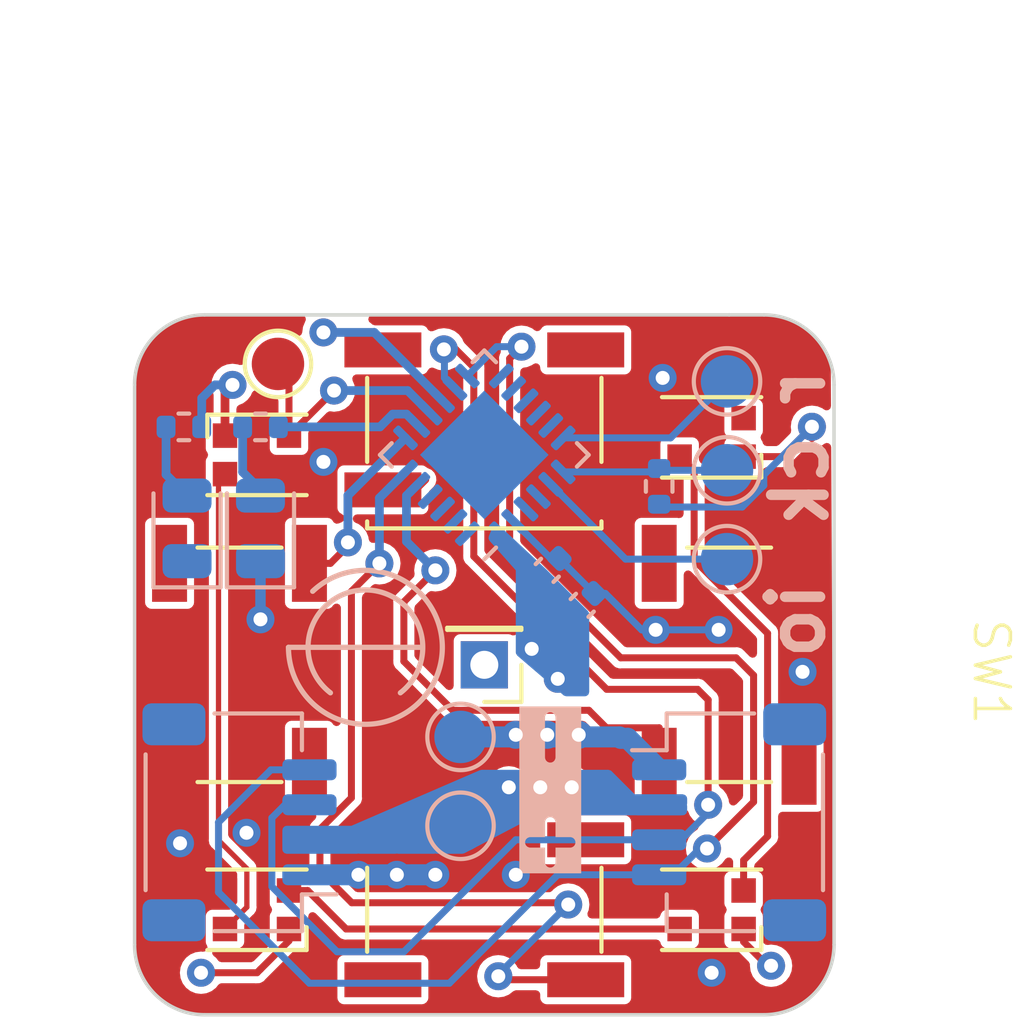
<source format=kicad_pcb>
(kicad_pcb (version 20221018) (generator pcbnew)
  (layers (0 "F.Cu" signal) (1 "In1.Cu" signal) (2 "In2.Cu" signal) (31 "B.Cu" signal) (34 "B.Paste" user) (35 "F.Paste" user) (36 "B.SilkS" user "B.Silkscreen") (37 "F.SilkS" user "F.Silkscreen") (38 "B.Mask" user) (39 "F.Mask" user) (44 "Edge.Cuts" user))
  (net 0 "")
  (net 1 "+3.3V")
  (net 2 "GND")
  (net 3 "Net-(D1-A)")
  (net 4 "Net-(D2-DOUT)")
  (net 5 "ADRS_LED")
  (net 6 "Net-(D3-DOUT)")
  (net 7 "Net-(D4-DOUT)")
  (net 9 "SWDIO")
  (net 10 "SWDCLK")
  (net 24 "unconnected-(SW5-Pad2)")
  (net 26 "PA6")
  (net 27 "PA4")
  (net 28 "PA5")
  (net 29 "PA2")
  (net 34 "SDA")
  (net 35 "SCL")
  (net 37 "nRST")
  (net 38 "Net-(D6-A)")
  (net 39 "LED")
  (footprint "EVQQ2B01W:EVQQ2B01W" (layer "F.Cu") (at 148 104)
    (fp_text reference "SW2" hide)
    (fp_text value "SW_MEC_5E")
    (fp_line (start -3.35 -1.2) (end -3.35 1.2) (stroke (width 0.12)) (layer "F.SilkS"))
    (fp_line (start 3.35 -1.2) (end 3.35 1.2) (stroke (width 0.12)) (layer "F.SilkS"))
    (pad "1" smd rect (at -2.9 -2) (size 2.2 1) (layers "F.Cu" "F.Paste" "F.Mask") (net 2 "GND"))
    (pad "2" smd rect (at 2.9 -2) (size 2.2 1) (layers "F.Cu" "F.Paste" "F.Mask"))
    (pad "3" smd rect (at -2.9 2) (size 2.2 1) (layers "F.Cu" "F.Paste" "F.Mask"))
    (pad "4" smd rect (at 2.9 2) (size 2.2 1) (layers "F.Cu" "F.Paste" "F.Mask") (net 28 "PA5"))
  )
  (footprint "TestPoint:TestPoint_Pad_D1.5mm" (layer "F.Cu") (at 142.1 88.4)
    (fp_text reference "TP6" hide)
    (fp_text value "TestPoint")
    (fp_circle (center 0 0) (end 0 0.95) (stroke (width 0.12)) (fill none) (layer "F.SilkS"))
    (pad "1" smd circle (at 0 0) (size 1.5 1.5) (layers "F.Cu" "F.Mask") (net 5 "ADRS_LED"))
  )
  (footprint "LED_SMD:LED_WS2812B-2020_PLCC4_2.0x2.0mm" (layer "F.Cu") (at 154.5 90.5 180)
    (fp_text reference "D5" hide)
    (fp_text value "WS2812B")
    (fp_line (start -1.42 -1.15) (end -1.42 -0.5) (stroke (width 0.12)) (layer "F.SilkS"))
    (fp_line (start -1.42 -1.15) (end 1.42 -1.15) (stroke (width 0.12)) (layer "F.SilkS"))
    (fp_line (start -1.42 1.15) (end 1.42 1.15) (stroke (width 0.12)) (layer "F.SilkS"))
    (pad "1" smd rect (at -0.915 -0.55 180) (size 0.7 0.7) (layers "F.Cu" "F.Paste" "F.Mask") (net 1 "+3.3V"))
    (pad "2" smd rect (at -0.915 0.55 180) (size 0.7 0.7) (layers "F.Cu" "F.Paste" "F.Mask"))
    (pad "3" smd rect (at 0.915 0.55 180) (size 0.7 0.7) (layers "F.Cu" "F.Paste" "F.Mask") (net 2 "GND"))
    (pad "4" smd rect (at 0.915 -0.55 180) (size 0.7 0.7) (layers "F.Cu" "F.Paste" "F.Mask") (net 7 "Net-(D4-DOUT)"))
  )
  (footprint "Connector_PinHeader_2.00mm:PinHeader_1x01_P2.00mm_Vertical" (layer "F.Cu") (at 148 97 180)
    (fp_text reference "J4" hide)
    (fp_text value "Joystick Mount")
    (fp_line (start -1.06 -1.06) (end 0 -1.06) (stroke (width 0.12)) (layer "F.SilkS"))
    (fp_line (start -1.06 0) (end -1.06 -1.06) (stroke (width 0.12)) (layer "F.SilkS"))
    (fp_line (start -1.06 1) (end -1.06 1.06) (stroke (width 0.12)) (layer "F.SilkS"))
    (fp_line (start -1.06 1) (end 1.06 1) (stroke (width 0.12)) (layer "F.SilkS"))
    (fp_line (start -1.06 1.06) (end 1.06 1.06) (stroke (width 0.12)) (layer "F.SilkS"))
    (fp_line (start 1.06 1) (end 1.06 1.06) (stroke (width 0.12)) (layer "F.SilkS"))
    (pad "1" thru_hole rect (at 0 0 180) (size 1.35 1.35) (drill 0.8) (layers "*.Cu" "*.Mask"))
  )
  (footprint "EVQQ2B01W:EVQQ2B01W" (layer "F.Cu") (at 148 90 180)
    (fp_text reference "SW5" hide)
    (fp_text value "SW_MEC_5E")
    (fp_line (start -3.35 -3.1) (end -3.35 -2.9) (stroke (width 0.12)) (layer "F.SilkS"))
    (fp_line (start -3.35 -1.2) (end -3.35 1.2) (stroke (width 0.12)) (layer "F.SilkS"))
    (fp_line (start 3.35 -3.1) (end -3.35 -3.1) (stroke (width 0.12)) (layer "F.SilkS"))
    (fp_line (start 3.35 -3.1) (end 3.35 -2.9) (stroke (width 0.12)) (layer "F.SilkS"))
    (fp_line (start 3.35 -1.2) (end 3.35 1.2) (stroke (width 0.12)) (layer "F.SilkS"))
    (pad "1" smd rect (at -2.9 -2 180) (size 2.2 1) (layers "F.Cu" "F.Paste" "F.Mask") (net 2 "GND"))
    (pad "2" smd rect (at 2.9 -2 180) (size 2.2 1) (layers "F.Cu" "F.Paste" "F.Mask") (net 24 "unconnected-(SW5-Pad2)"))
    (pad "3" smd rect (at -2.9 2 180) (size 2.2 1) (layers "F.Cu" "F.Paste" "F.Mask"))
    (pad "4" smd rect (at 2.9 2 180) (size 2.2 1) (layers "F.Cu" "F.Paste" "F.Mask") (net 29 "PA2"))
  )
  (footprint "EVQQ2B01W:EVQQ2B01W" (layer "F.Cu") (at 155 97 -90)
    (fp_text reference "SW1" (at 0.2 -7.5 -90 unlocked) (layer "F.SilkS") (effects (font (thickness 0.1))))
    (fp_text value "SW_MEC_5E")
    (fp_line (start -3.35 -1.2) (end -3.35 1.2) (stroke (width 0.12)) (layer "F.SilkS"))
    (fp_line (start 3.35 -1.2) (end 3.35 1.2) (stroke (width 0.12)) (layer "F.SilkS"))
    (pad "1" smd rect (at -2.9 -2 270) (size 2.2 1) (layers "F.Cu" "F.Paste" "F.Mask") (net 2 "GND"))
    (pad "2" smd rect (at 2.9 -2 270) (size 2.2 1) (layers "F.Cu" "F.Paste" "F.Mask"))
    (pad "3" smd rect (at -2.9 2 270) (size 2.2 1) (layers "F.Cu" "F.Paste" "F.Mask"))
    (pad "4" smd rect (at 2.9 2 270) (size 2.2 1) (layers "F.Cu" "F.Paste" "F.Mask") (net 27 "PA4"))
  )
  (footprint "EVQQ2B01W:EVQQ2B01W" (layer "F.Cu") (at 141 97 90)
    (fp_text reference "SW3" hide)
    (fp_text value "SW_MEC_5E")
    (fp_line (start -3.35 -1.2) (end -3.35 1.2) (stroke (width 0.12)) (layer "F.SilkS"))
    (fp_line (start 3.35 -1.2) (end 3.35 1.2) (stroke (width 0.12)) (layer "F.SilkS"))
    (pad "1" smd rect (at -2.9 -2 90) (size 2.2 1) (layers "F.Cu" "F.Paste" "F.Mask") (net 2 "GND"))
    (pad "2" smd rect (at 2.9 -2 90) (size 2.2 1) (layers "F.Cu" "F.Paste" "F.Mask"))
    (pad "3" smd rect (at -2.9 2 90) (size 2.2 1) (layers "F.Cu" "F.Paste" "F.Mask"))
    (pad "4" smd rect (at 2.9 2 90) (size 2.2 1) (layers "F.Cu" "F.Paste" "F.Mask") (net 26 "PA6"))
  )
  (footprint "LED_SMD:LED_WS2812B-2020_PLCC4_2.0x2.0mm" (layer "F.Cu") (at 141.5 104 180)
    (fp_text reference "D3" hide)
    (fp_text value "WS2812B")
    (fp_line (start -1.42 -1.15) (end -1.42 -0.5) (stroke (width 0.12)) (layer "F.SilkS"))
    (fp_line (start -1.42 -1.15) (end 1.42 -1.15) (stroke (width 0.12)) (layer "F.SilkS"))
    (fp_line (start -1.42 1.15) (end 1.42 1.15) (stroke (width 0.12)) (layer "F.SilkS"))
    (pad "1" smd rect (at -0.915 -0.55 180) (size 0.7 0.7) (layers "F.Cu" "F.Paste" "F.Mask") (net 1 "+3.3V"))
    (pad "2" smd rect (at -0.915 0.55 180) (size 0.7 0.7) (layers "F.Cu" "F.Paste" "F.Mask") (net 6 "Net-(D3-DOUT)"))
    (pad "3" smd rect (at 0.915 0.55 180) (size 0.7 0.7) (layers "F.Cu" "F.Paste" "F.Mask") (net 2 "GND"))
    (pad "4" smd rect (at 0.915 -0.55 180) (size 0.7 0.7) (layers "F.Cu" "F.Paste" "F.Mask") (net 4 "Net-(D2-DOUT)"))
  )
  (footprint "LED_SMD:LED_WS2812B-2020_PLCC4_2.0x2.0mm" (layer "F.Cu") (at 141.5 91)
    (fp_text reference "D2" hide)
    (fp_text value "WS2812B")
    (fp_line (start -1.42 -1.15) (end -1.42 -0.5) (stroke (width 0.12)) (layer "F.SilkS"))
    (fp_line (start -1.42 -1.15) (end 1.42 -1.15) (stroke (width 0.12)) (layer "F.SilkS"))
    (fp_line (start -1.42 1.15) (end 1.42 1.15) (stroke (width 0.12)) (layer "F.SilkS"))
    (pad "1" smd rect (at -0.915 -0.55) (size 0.7 0.7) (layers "F.Cu" "F.Paste" "F.Mask") (net 1 "+3.3V"))
    (pad "2" smd rect (at -0.915 0.55) (size 0.7 0.7) (layers "F.Cu" "F.Paste" "F.Mask") (net 4 "Net-(D2-DOUT)"))
    (pad "3" smd rect (at 0.915 0.55) (size 0.7 0.7) (layers "F.Cu" "F.Paste" "F.Mask") (net 2 "GND"))
    (pad "4" smd rect (at 0.915 -0.55) (size 0.7 0.7) (layers "F.Cu" "F.Paste" "F.Mask") (net 5 "ADRS_LED"))
  )
  (footprint "LED_SMD:LED_WS2812B-2020_PLCC4_2.0x2.0mm" (layer "F.Cu") (at 154.5 104 180)
    (fp_text reference "D4" hide)
    (fp_text value "WS2812B")
    (fp_line (start -1.42 -1.15) (end -1.42 -0.5) (stroke (width 0.12)) (layer "F.SilkS"))
    (fp_line (start -1.42 -1.15) (end 1.42 -1.15) (stroke (width 0.12)) (layer "F.SilkS"))
    (fp_line (start -1.42 1.15) (end 1.42 1.15) (stroke (width 0.12)) (layer "F.SilkS"))
    (pad "1" smd rect (at -0.915 -0.55 180) (size 0.7 0.7) (layers "F.Cu" "F.Paste" "F.Mask") (net 1 "+3.3V"))
    (pad "2" smd rect (at -0.915 0.55 180) (size 0.7 0.7) (layers "F.Cu" "F.Paste" "F.Mask") (net 7 "Net-(D4-DOUT)"))
    (pad "3" smd rect (at 0.915 0.55 180) (size 0.7 0.7) (layers "F.Cu" "F.Paste" "F.Mask") (net 2 "GND"))
    (pad "4" smd rect (at 0.915 -0.55 180) (size 0.7 0.7) (layers "F.Cu" "F.Paste" "F.Mask") (net 6 "Net-(D3-DOUT)"))
  )
  (footprint "Connector_JST:JST_SH_SM04B-SRSS-TB_1x04-1MP_P1.00mm_Horizontal" (layer "B.Cu") (at 155 101.5 -90)
    (fp_text reference "J1" hide)
    (fp_text value "Stemma QT")
    (fp_line (start -3.11 -0.715) (end -3.11 1.785) (stroke (width 0.12)) (layer "B.SilkS"))
    (fp_line (start -3.11 1.785) (end -2.06 1.785) (stroke (width 0.12)) (layer "B.SilkS"))
    (fp_line (start -2.06 1.785) (end -2.06 2.775) (stroke (width 0.12)) (layer "B.SilkS"))
    (fp_line (start -1.94 -2.685) (end 1.94 -2.685) (stroke (width 0.12)) (layer "B.SilkS"))
    (fp_line (start 3.11 -0.715) (end 3.11 1.785) (stroke (width 0.12)) (layer "B.SilkS"))
    (fp_line (start 3.11 1.785) (end 2.06 1.785) (stroke (width 0.12)) (layer "B.SilkS"))
    (pad "1" smd roundrect (at -1.5 2 270) (size 0.6 1.55) (layers "B.Cu" "B.Paste" "B.Mask") (net 2 "GND"))
    (pad "2" smd roundrect (at -0.5 2 270) (size 0.6 1.55) (layers "B.Cu" "B.Paste" "B.Mask") (net 1 "+3.3V"))
    (pad "3" smd roundrect (at 0.5 2 270) (size 0.6 1.55) (layers "B.Cu" "B.Paste" "B.Mask") (net 34 "SDA"))
    (pad "4" smd roundrect (at 1.5 2 270) (size 0.6 1.55) (layers "B.Cu" "B.Paste" "B.Mask") (net 35 "SCL"))
    (pad "MP" smd roundrect (at -2.8 -1.875 270) (size 1.2 1.8) (layers "B.Cu" "B.Paste" "B.Mask") (roundrect_rratio 0.2083333333))
    (pad "MP" smd roundrect (at 2.8 -1.875 270) (size 1.2 1.8) (layers "B.Cu" "B.Paste" "B.Mask") (roundrect_rratio 0.2083333333))
  )
  (footprint "TestPoint:TestPoint_Pad_D1.5mm" (layer "B.Cu") (at 154.94 88.9 90)
    (fp_text reference "TP1" hide)
    (fp_text value "nRST")
    (fp_circle (center 0 0) (end 0 -0.95) (stroke (width 0.12)) (fill none) (layer "B.SilkS"))
    (pad "1" smd circle (at 0 0 90) (size 1.5 1.5) (layers "B.Cu" "B.Mask") (net 37 "nRST"))
  )
  (footprint "Resistor_SMD:R_0402_1005Metric" (layer "B.Cu") (at 153 91.9 90)
    (fp_text reference "R2" hide)
    (fp_text value "1k")
    (fp_line (start -0.153641 -0.38) (end 0.153641 -0.38) (stroke (width 0.12)) (layer "B.SilkS"))
    (fp_line (start -0.153641 0.38) (end 0.153641 0.38) (stroke (width 0.12)) (layer "B.SilkS"))
    (pad "1" smd roundrect (at -0.51 0 90) (size 0.54 0.64) (layers "B.Cu" "B.Paste" "B.Mask") (net 1 "+3.3V"))
    (pad "2" smd roundrect (at 0.51 0 90) (size 0.54 0.64) (layers "B.Cu" "B.Paste" "B.Mask") (net 10 "SWDCLK"))
  )
  (footprint "Capacitor_SMD:C_0402_1005Metric" (layer "B.Cu") (at 149.8 94.3 45)
    (fp_text reference "C3" hide)
    (fp_text value "100n")
    (fp_line (start -0.107836 -0.36) (end 0.107836 -0.36) (stroke (width 0.12)) (layer "B.SilkS"))
    (fp_line (start -0.107836 0.36) (end 0.107836 0.36) (stroke (width 0.12)) (layer "B.SilkS"))
    (pad "1" smd roundrect (at -0.48 0 45) (size 0.56 0.62) (layers "B.Cu" "B.Paste" "B.Mask") (net 1 "+3.3V"))
    (pad "2" smd roundrect (at 0.48 0 45) (size 0.56 0.62) (layers "B.Cu" "B.Paste" "B.Mask") (net 2 "GND"))
  )
  (footprint "TestPoint:TestPoint_Pad_D1.5mm" (layer "B.Cu") (at 147.32 101.6 90)
    (fp_text reference "TP2" hide)
    (fp_text value "VCC")
    (fp_circle (center 0 0) (end 0 -0.95) (stroke (width 0.12)) (fill none) (layer "B.SilkS"))
    (pad "1" smd circle (at 0 0 90) (size 1.5 1.5) (layers "B.Cu" "B.Mask") (net 1 "+3.3V"))
  )
  (footprint "TestPoint:TestPoint_Pad_D1.5mm" (layer "B.Cu") (at 154.94 91.44 90)
    (fp_text reference "TP5" hide)
    (fp_text value "SWDCLK")
    (fp_circle (center 0 0) (end 0 -0.95) (stroke (width 0.12)) (fill none) (layer "B.SilkS"))
    (pad "1" smd circle (at 0 0 90) (size 1.5 1.5) (layers "B.Cu" "B.Mask") (net 10 "SWDCLK"))
  )
  (footprint "Resistor_SMD:R_0402_1005Metric" (layer "B.Cu") (at 139.41 90.2 180)
    (fp_text reference "R1" hide)
    (fp_text value locked "10k")
    (fp_line (start -0.153641 -0.38) (end 0.153641 -0.38) (stroke (width 0.12)) (layer "B.SilkS"))
    (fp_line (start -0.153641 0.38) (end 0.153641 0.38) (stroke (width 0.12)) (layer "B.SilkS"))
    (pad "1" smd roundrect (at -0.51 0 180) (size 0.54 0.64) (layers "B.Cu" "B.Paste" "B.Mask") (net 1 "+3.3V"))
    (pad "2" smd roundrect (at 0.51 0 180) (size 0.54 0.64) (layers "B.Cu" "B.Paste" "B.Mask") (net 3 "Net-(D1-A)"))
  )
  (footprint "Connector_JST:JST_SH_SM04B-SRSS-TB_1x04-1MP_P1.00mm_Horizontal" (layer "B.Cu") (at 141 101.5 90)
    (fp_text reference "J2" hide)
    (fp_text value "Stemma QT")
    (fp_line (start -3.11 -0.715) (end -3.11 1.785) (stroke (width 0.12)) (layer "B.SilkS"))
    (fp_line (start -3.11 1.785) (end -2.06 1.785) (stroke (width 0.12)) (layer "B.SilkS"))
    (fp_line (start -2.06 1.785) (end -2.06 2.775) (stroke (width 0.12)) (layer "B.SilkS"))
    (fp_line (start -1.94 -2.685) (end 1.94 -2.685) (stroke (width 0.12)) (layer "B.SilkS"))
    (fp_line (start 3.11 -0.715) (end 3.11 1.785) (stroke (width 0.12)) (layer "B.SilkS"))
    (fp_line (start 3.11 1.785) (end 2.06 1.785) (stroke (width 0.12)) (layer "B.SilkS"))
    (pad "1" smd roundrect (at -1.5 2 90) (size 0.6 1.55) (layers "B.Cu" "B.Paste" "B.Mask") (net 2 "GND"))
    (pad "2" smd roundrect (at -0.5 2 90) (size 0.6 1.55) (layers "B.Cu" "B.Paste" "B.Mask") (net 1 "+3.3V"))
    (pad "3" smd roundrect (at 0.5 2 90) (size 0.6 1.55) (layers "B.Cu" "B.Paste" "B.Mask") (net 34 "SDA"))
    (pad "4" smd roundrect (at 1.5 2 90) (size 0.6 1.55) (layers "B.Cu" "B.Paste" "B.Mask") (net 35 "SCL"))
    (pad "MP" smd roundrect (at -2.8 -1.875 90) (size 1.2 1.8) (layers "B.Cu" "B.Paste" "B.Mask") (roundrect_rratio 0.2083333333))
    (pad "MP" smd roundrect (at 2.8 -1.875 90) (size 1.2 1.8) (layers "B.Cu" "B.Paste" "B.Mask") (roundrect_rratio 0.2083333333))
  )
  (footprint "Capacitor_SMD:C_0402_1005Metric" (layer "B.Cu") (at 150.8 95.3 45)
    (fp_text reference "C2" hide)
    (fp_text value "4.7u")
    (fp_line (start -0.107836 -0.36) (end 0.107836 -0.36) (stroke (width 0.12)) (layer "B.SilkS"))
    (fp_line (start -0.107836 0.36) (end 0.107836 0.36) (stroke (width 0.12)) (layer "B.SilkS"))
    (pad "1" smd roundrect (at -0.48 0 45) (size 0.56 0.62) (layers "B.Cu" "B.Paste" "B.Mask") (net 1 "+3.3V"))
    (pad "2" smd roundrect (at 0.48 0 45) (size 0.56 0.62) (layers "B.Cu" "B.Paste" "B.Mask") (net 2 "GND"))
  )
  (footprint "Resistor_SMD:R_0402_1005Metric" (layer "B.Cu") (at 141.6 90.2 180)
    (fp_text reference "R3" hide)
    (fp_text value "10k" hide)
    (fp_line (start -0.153641 -0.38) (end 0.153641 -0.38) (stroke (width 0.12)) (layer "B.SilkS"))
    (fp_line (start -0.153641 0.38) (end 0.153641 0.38) (stroke (width 0.12)) (layer "B.SilkS"))
    (pad "1" smd roundrect (at -0.51 0 180) (size 0.54 0.64) (layers "B.Cu" "B.Paste" "B.Mask") (net 39 "LED"))
    (pad "2" smd roundrect (at 0.51 0 180) (size 0.54 0.64) (layers "B.Cu" "B.Paste" "B.Mask") (net 38 "Net-(D6-A)"))
  )
  (footprint "TestPoint:TestPoint_Pad_D1.5mm" (layer "B.Cu") (at 154.94 93.98 90)
    (fp_text reference "TP4" hide)
    (fp_text value "SWDIO")
    (fp_circle (center 0 0) (end 0 -0.95) (stroke (width 0.12)) (fill none) (layer "B.SilkS"))
    (pad "1" smd circle (at 0 0 90) (size 1.5 1.5) (layers "B.Cu" "B.Mask") (net 9 "SWDIO"))
  )
  (footprint "Package_DFN_QFN:QFN-24-1EP_4x4mm_P0.5mm_EP2.6x2.6mm" (layer "B.Cu") (at 148 91 45)
    (fp_text reference "U1" hide)
    (fp_text value "ATSAMD09D14A-M" hide)
    (fp_line (start -2.11 -2.11) (end -2.11 -1.635) (stroke (width 0.12)) (layer "B.SilkS"))
    (fp_line (start -1.635 -2.11) (end -2.11 -2.11) (stroke (width 0.12)) (layer "B.SilkS"))
    (fp_line (start -1.635 2.11) (end -2.11 2.11) (stroke (width 0.12)) (layer "B.SilkS"))
    (fp_line (start 1.635 -2.11) (end 2.11 -2.11) (stroke (width 0.12)) (layer "B.SilkS"))
    (fp_line (start 1.635 2.11) (end 2.11 2.11) (stroke (width 0.12)) (layer "B.SilkS"))
    (fp_line (start 2.11 -2.11) (end 2.11 -1.635) (stroke (width 0.12)) (layer "B.SilkS"))
    (fp_line (start 2.11 2.11) (end 2.11 1.635) (stroke (width 0.12)) (layer "B.SilkS"))
    (pad "1" smd roundrect (at -1.9375 1.25 45) (size 0.825 0.25) (layers "B.Cu" "B.Paste" "B.Mask"))
    (pad "2" smd roundrect (at -1.9375 0.75 45) (size 0.825 0.25) (layers "B.Cu" "B.Paste" "B.Mask"))
    (pad "3" smd roundrect (at -1.9375 0.25 45) (size 0.825 0.25) (layers "B.Cu" "B.Paste" "B.Mask"))
    (pad "4" smd roundrect (at -1.9375 -0.25 45) (size 0.825 0.25) (layers "B.Cu" "B.Paste" "B.Mask"))
    (pad "5" smd roundrect (at -1.9375 -0.75 45) (size 0.825 0.25) (layers "B.Cu" "B.Paste" "B.Mask") (net 27 "PA4"))
    (pad "6" smd roundrect (at -1.9375 -1.25 45) (size 0.825 0.25) (layers "B.Cu" "B.Paste" "B.Mask") (net 28 "PA5"))
    (pad "7" smd roundrect (at -1.25 -1.9375 45) (size 0.25 0.825) (layers "B.Cu" "B.Paste" "B.Mask") (net 26 "PA6"))
    (pad "8" smd roundrect (at -0.75 -1.9375 45) (size 0.25 0.825) (layers "B.Cu" "B.Paste" "B.Mask") (net 39 "LED"))
    (pad "9" smd roundrect (at -0.25 -1.9375 45) (size 0.25 0.825) (layers "B.Cu" "B.Paste" "B.Mask") (net 5 "ADRS_LED"))
    (pad "10" smd roundrect (at 0.25 -1.9375 45) (size 0.25 0.825) (layers "B.Cu" "B.Paste" "B.Mask") (net 29 "PA2"))
    (pad "11" smd roundrect (at 0.75 -1.9375 45) (size 0.25 0.825) (layers "B.Cu" "B.Paste" "B.Mask") (net 34 "SDA"))
    (pad "12" smd roundrect (at 1.25 -1.9375 45) (size 0.25 0.825) (layers "B.Cu" "B.Paste" "B.Mask") (net 35 "SCL"))
    (pad "13" smd roundrect (at 1.9375 -1.25 45) (size 0.825 0.25) (layers "B.Cu" "B.Paste" "B.Mask"))
    (pad "14" smd roundrect (at 1.9375 -0.75 45) (size 0.825 0.25) (layers "B.Cu" "B.Paste" "B.Mask"))
    (pad "15" smd roundrect (at 1.9375 -0.25 45) (size 0.825 0.25) (layers "B.Cu" "B.Paste" "B.Mask"))
    (pad "16" smd roundrect (at 1.9375 0.25 45) (size 0.825 0.25) (layers "B.Cu" "B.Paste" "B.Mask"))
    (pad "17" smd roundrect (at 1.9375 0.75 45) (size 0.825 0.25) (layers "B.Cu" "B.Paste" "B.Mask"))
    (pad "18" smd roundrect (at 1.9375 1.25 45) (size 0.825 0.25) (layers "B.Cu" "B.Paste" "B.Mask") (net 37 "nRST"))
    (pad "19" smd roundrect (at 1.25 1.9375 45) (size 0.25 0.825) (layers "B.Cu" "B.Paste" "B.Mask") (net 10 "SWDCLK"))
    (pad "20" smd roundrect (at 0.75 1.9375 45) (size 0.25 0.825) (layers "B.Cu" "B.Paste" "B.Mask") (net 9 "SWDIO"))
    (pad "21" smd roundrect (at 0.25 1.9375 45) (size 0.25 0.825) (layers "B.Cu" "B.Paste" "B.Mask"))
    (pad "22" smd roundrect (at -0.25 1.9375 45) (size 0.25 0.825) (layers "B.Cu" "B.Paste" "B.Mask"))
    (pad "23" smd roundrect (at -0.75 1.9375 45) (size 0.25 0.825) (layers "B.Cu" "B.Paste" "B.Mask") (net 2 "GND"))
    (pad "24" smd roundrect (at -1.25 1.9375 45) (size 0.25 0.825) (layers "B.Cu" "B.Paste" "B.Mask") (net 1 "+3.3V"))
    (pad "25" smd rect (at 0 0 45) (size 2.6 2.6) (layers "B.Cu" "B.Mask"))
  )
  (footprint "LED_SMD:LED_0805_2012Metric" (layer "B.Cu") (at 139.5 93.1 90)
    (fp_text reference "D1" hide)
    (fp_text value "LED" hide)
    (fp_line (start -1.685 -0.96) (end 1 -0.96) (stroke (width 0.12)) (layer "B.SilkS"))
    (fp_line (start -1.685 0.96) (end -1.685 -0.96) (stroke (width 0.12)) (layer "B.SilkS"))
    (fp_line (start 1 0.96) (end -1.685 0.96) (stroke (width 0.12)) (layer "B.SilkS"))
    (pad "1" smd roundrect (at -0.9375 0 90) (size 0.975 1.4) (layers "B.Cu" "B.Paste" "B.Mask") (net 2 "GND"))
    (pad "2" smd roundrect (at 0.9375 0 90) (size 0.975 1.4) (layers "B.Cu" "B.Paste" "B.Mask") (net 3 "Net-(D1-A)"))
  )
  (footprint "LED_SMD:LED_0805_2012Metric" (layer "B.Cu") (at 141.6 93.1 90)
    (fp_text reference "D6" hide)
    (fp_text value "LED" hide)
    (fp_line (start -1.685 -0.96) (end 1 -0.96) (stroke (width 0.12)) (layer "B.SilkS"))
    (fp_line (start -1.685 0.96) (end -1.685 -0.96) (stroke (width 0.12)) (layer "B.SilkS"))
    (fp_line (start 1 0.96) (end -1.685 0.96) (stroke (width 0.12)) (layer "B.SilkS"))
    (pad "1" smd roundrect (at -0.9375 0 90) (size 0.975 1.4) (layers "B.Cu" "B.Paste" "B.Mask") (net 2 "GND"))
    (pad "2" smd roundrect (at 0.9375 0 90) (size 0.975 1.4) (layers "B.Cu" "B.Paste" "B.Mask") (net 38 "Net-(D6-A)"))
  )
  (footprint "TestPoint:TestPoint_Pad_D1.5mm" (layer "B.Cu") (at 147.32 99.06 90)
    (fp_text reference "TP3" hide)
    (fp_text value "GND")
    (fp_circle (center 0 0) (end 0 -0.95) (stroke (width 0.12)) (fill none) (layer "B.SilkS"))
    (pad "1" smd circle (at 0 0 90) (size 1.5 1.5) (layers "B.Cu" "B.Mask") (net 2 "GND"))
  )
  (gr_line (start 146.2 96.5) (end 142.4 96.5) (stroke (width 0.15)) (layer "B.SilkS"))
  (gr_arc (start 143.092198 94.89796) (mid 146.61955 97.372592) (end 142.4 96.5) (stroke (width 0.15)) (layer "B.SilkS"))
  (gr_arc (start 143.6 97.799999) (mid 144.6 94.859879) (end 145.599999 97.799999) (stroke (width 0.15)) (layer "B.SilkS"))
  (gr_arc (start 158 105) (mid 157.414214 106.414214) (end 156 107) (stroke (width 0.1)) (layer "Edge.Cuts"))
  (gr_line (start 158 89) (end 158 105) (stroke (width 0.1)) (layer "Edge.Cuts"))
  (gr_line (start 155 87) (end 156 87) (stroke (width 0.1)) (layer "Edge.Cuts"))
  (gr_arc (start 138 89) (mid 138.585786 87.585786) (end 140 87) (stroke (width 0.1)) (layer "Edge.Cuts"))
  (gr_arc (start 156 87) (mid 157.414214 87.585786) (end 158 89) (stroke (width 0.1)) (layer "Edge.Cuts"))
  (gr_line (start 138 105) (end 138 89) (stroke (width 0.1)) (layer "Edge.Cuts"))
  (gr_line (start 155 87) (end 140 87) (stroke (width 0.1)) (layer "Edge.Cuts"))
  (gr_arc (start 140 107) (mid 138.585786 106.414214) (end 138 105) (stroke (width 0.1)) (layer "Edge.Cuts"))
  (gr_line (start 156 107) (end 140 107) (stroke (width 0.1)) (layer "Edge.Cuts"))
  (gr_text "r" (at 157.8 88.4 90) (layer "B.SilkS") (effects (font (size 1.5 1.5) (thickness 0.3) bold) (justify left bottom mirror)))
  (gr_text "io" (at 157.8 94.5 90) (layer "B.SilkS") (effects (font (size 1.5 1.5) (thickness 0.3) bold) (justify left bottom mirror)))
  (gr_text "ck" (at 157.9 90.3 90) (layer "B.SilkS") (effects (font (size 1.5 1.5) (thickness 0.3) bold) (justify left bottom mirror)))
  (gr_text "+ -\n\n" (at 146.7 103.2 -90) (layer "B.SilkS" knockout) (effects (font (size 1.5 1.5) (thickness 0.3) bold) (justify left bottom mirror)))
  (segment (start 140 105.7) (end 139.9 105.8) (width 0.2) (layer "F.Cu") (net 1))
  (segment (start 156.513704 91.05) (end 155.415 91.05) (width 0.2) (layer "F.Cu") (net 1))
  (segment (start 157.367812 90.195892) (end 157.367812 90.532188) (width 0.2) (layer "F.Cu") (net 1))
  (segment (start 139.9 105.8) (end 141.5 105.8) (width 0.2) (layer "F.Cu") (net 1))
  (segment (start 140.585 90.45) (end 140.585 89.215) (width 0.25) (layer "F.Cu") (net 1))
  (segment (start 155.415 104.915) (end 156.1 105.6) (width 0.2) (layer "F.Cu") (net 1))
  (segment (start 155.415 104.55) (end 155.415 104.915) (width 0.2) (layer "F.Cu") (net 1))
  (segment (start 157.367812 90.195892) (end 156.513704 91.05) (width 0.2) (layer "F.Cu") (net 1))
  (segment (start 142.415 104.55) (end 142.415 104.885) (width 0.2) (layer "F.Cu") (net 1))
  (segment (start 140.585 89.215) (end 140.8 89) (width 0.25) (layer "F.Cu") (net 1))
  (segment (start 156.2 105.7) (end 156.1 105.6) (width 0.2) (layer "F.Cu") (net 1))
  (segment (start 142.415 104.885) (end 141.6 105.7) (width 0.2) (layer "F.Cu") (net 1))
  (segment (start 156.1 105.6) (end 156.2 105.6) (width 0.2) (layer "F.Cu") (net 1))
  (segment (start 141.5 105.8) (end 141.6 105.7) (width 0.2) (layer "F.Cu") (net 1))
  (segment (start 156.2 105.6) (end 156.2 105.7) (width 0.2) (layer "F.Cu") (net 1))
  (via (at 150.5 100.5) (size 0.8) (drill 0.4) (layers "F.Cu" "B.Cu") (net 1))
  (via (at 149.355378 96.544622) (size 0.8) (drill 0.4) (layers "F.Cu" "B.Cu") (net 1))
  (via (at 157.367812 90.195892) (size 0.8) (drill 0.4) (layers "F.Cu" "B.Cu") (net 1))
  (via (at 148.7 100.5) (size 0.8) (drill 0.4) (layers "F.Cu" "B.Cu") (net 1))
  (via (at 149.6 100.5) (size 0.8) (drill 0.4) (layers "F.Cu" "B.Cu") (net 1))
  (via (at 139.9 105.8) (size 0.8) (drill 0.4) (layers "F.Cu" "B.Cu") (net 1))
  (via (at 150.1 97.4) (size 0.8) (drill 0.4) (layers "F.Cu" "B.Cu") (net 1))
  (via (at 140.8 89) (size 0.8) (drill 0.4) (layers "F.Cu" "B.Cu") (net 1))
  (via (at 156.2 105.6) (size 0.8) (drill 0.4) (layers "F.Cu" "B.Cu") (net 1))
  (segment (start 139.92 89.38) (end 140.3 89) (width 0.25) (layer "B.Cu") (net 1))
  (segment (start 155.99 91.573704) (end 155.99 91.874925) (width 0.2) (layer "B.Cu") (net 1))
  (segment (start 157.367812 90.195892) (end 155.99 91.573704) (width 0.2) (layer "B.Cu") (net 1))
  (segment (start 148.7 100.5) (end 149.6 100.5) (width 0.6) (layer "B.Cu") (net 1))
  (segment (start 140.8 89) (end 140.8 89.1) (width 0.3) (layer "B.Cu") (net 1))
  (segment (start 139.92 90.2) (end 139.92 89.38) (width 0.25) (layer "B.Cu") (net 1))
  (segment (start 140.3 89) (end 140.8 89) (width 0.25) (layer "B.Cu") (net 1))
  (segment (start 153.08 92.49) (end 153 92.41) (width 0.2) (layer "B.Cu") (net 1))
  (segment (start 149.6 100.5) (end 150.5 100.5) (width 0.6) (layer "B.Cu") (net 1))
  (segment (start 155.374925 92.49) (end 153.08 92.49) (width 0.2) (layer "B.Cu") (net 1))
  (segment (start 155.99 91.874925) (end 155.374925 92.49) (width 0.2) (layer "B.Cu") (net 1))
  (segment (start 139 101.865) (end 139.235 102.1) (width 0.2) (layer "F.Cu") (net 2))
  (segment (start 139 99.9) (end 139 101.865) (width 0.2) (layer "F.Cu") (net 2))
  (segment (start 139.3 102.165) (end 140.585 103.45) (width 0.2) (layer "F.Cu") (net 2))
  (segment (start 153.585 89.285) (end 153.1 88.8) (width 0.2) (layer "F.Cu") (net 2))
  (segment (start 145.1 102.3) (end 144.4 103) (width 0.6) (layer "F.Cu") (net 2))
  (segment (start 143.05 91.55) (end 142.415 91.55) (width 0.3) (layer "F.Cu") (net 2))
  (segment (start 145.5 103) (end 145.1 102.6) (width 0.6) (layer "F.Cu") (net 2))
  (segment (start 154.5 103.815) (end 154.5 105.8) (width 0.2) (layer "F.Cu") (net 2))
  (segment (start 153.585 89.95) (end 153.585 89.285) (width 0.2) (layer "F.Cu") (net 2))
  (segment (start 153.585 103.45) (end 154.135 103.45) (width 0.2) (layer "F.Cu") (net 2))
  (segment (start 145.1 102.6) (end 145.1 102) (width 0.6) (layer "F.Cu") (net 2))
  (segment (start 146.1 103) (end 145.1 102) (width 0.6) (layer "F.Cu") (net 2))
  (segment (start 157 97.1) (end 157 94.1) (width 0.2) (layer "F.Cu") (net 2))
  (segment (start 139.235 102.1) (end 139.3 102.1) (width 0.2) (layer "F.Cu") (net 2))
  (segment (start 157.1 97.2) (end 157 97.1) (width 0.2) (layer "F.Cu") (net 2))
  (segment (start 145.1 102) (end 145.1 102.3) (width 0.6) (layer "F.Cu") (net 2))
  (segment (start 146.6 103) (end 146.1 103) (width 0.6) (layer "F.Cu") (net 2))
  (segment (start 150.9 92) (end 150.9 91) (width 0.2) (layer "F.Cu") (net 2))
  (segment (start 143.4 91.2) (end 143.05 91.55) (width 0.3) (layer "F.Cu") (net 2))
  (segment (start 154.135 103.45) (end 154.5 103.815) (width 0.2) (layer "F.Cu") (net 2))
  (segment (start 150.9 91) (end 153.1 88.8) (width 0.2) (layer "F.Cu") (net 2))
  (segment (start 139.3 102.1) (end 139.3 102.165) (width 0.2) (layer "F.Cu") (net 2))
  (via (at 141.2 101.8) (size 0.8) (drill 0.4) (layers "F.Cu" "B.Cu") (net 2))
  (via (at 150.7 99) (size 0.8) (drill 0.4) (layers "F.Cu" "B.Cu") (net 2))
  (via (at 153.1 88.8) (size 0.8) (drill 0.4) (layers "F.Cu" "B.Cu") (net 2))
  (via (at 154.5 105.8) (size 0.8) (drill 0.4) (layers "F.Cu" "B.Cu") (net 2))
  (via (at 141.6 95.7) (size 0.8) (drill 0.4) (layers "F.Cu" "B.Cu") (net 2))
  (via (at 157.1 97.2) (size 0.8) (drill 0.4) (layers "F.Cu" "B.Cu") (net 2))
  (via (at 152.9 96) (size 0.8) (drill 0.4) (layers "F.Cu" "B.Cu") (net 2))
  (via (at 143.4 91.2) (size 0.8) (drill 0.4) (layers "F.Cu" "B.Cu") (net 2))
  (via (at 146.6 103) (size 0.8) (drill 0.4) (layers "F.Cu" "B.Cu") (net 2))
  (via (at 148.9 103) (size 0.8) (drill 0.4) (layers "F.Cu" "B.Cu") (net 2))
  (via (at 139.3 102.1) (size 0.8) (drill 0.4) (layers "F.Cu" "B.Cu") (net 2))
  (via (at 145.5 103) (size 0.8) (drill 0.4) (layers "F.Cu" "B.Cu") (net 2))
  (via (at 148.9 99) (size 0.8) (drill 0.4) (layers "F.Cu" "B.Cu") (net 2))
  (via (at 154.7 96) (size 0.8) (drill 0.4) (layers "F.Cu" "B.Cu") (net 2))
  (via (at 144.4 103) (size 0.8) (drill 0.4) (layers "F.Cu" "B.Cu") (net 2))
  (via (at 149.8 99) (size 0.8) (drill 0.4) (layers "F.Cu" "B.Cu") (net 2))
  (segment (start 150.76 99.06) (end 150.7 99) (width 0.6) (layer "B.Cu") (net 2))
  (segment (start 141.6 94.0375) (end 141.6 95.7) (width 0.3) (layer "B.Cu") (net 2))
  (segment (start 146.6 103) (end 145.9 103) (width 0.6) (layer "B.Cu") (net 2))
  (segment (start 151.86 99.06) (end 150.76 99.06) (width 0.6) (layer "B.Cu") (net 2))
  (segment (start 149.899929 93.960589) (end 150.139411 93.960589) (width 0.2) (layer "B.Cu") (net 2))
  (segment (start 148.9 99) (end 148.84 99.06) (width 0.6) (layer "B.Cu") (net 2))
  (segment (start 152.5 96) (end 151.460589 94.960589) (width 0.2) (layer "B.Cu") (net 2))
  (segment (start 149.74 99.06) (end 148.96 99.06) (width 0.6) (layer "B.Cu") (net 2))
  (segment (start 150.7 99) (end 150.64 99.06) (width 0.6) (layer "B.Cu") (net 2))
  (segment (start 149.8 99) (end 149.74 99.06) (width 0.6) (layer "B.Cu") (net 2))
  (segment (start 143 103) (end 144.4 103) (width 0.6) (layer "B.Cu") (net 2))
  (segment (start 152.9 96) (end 152.5 96) (width 0.2) (layer "B.Cu") (net 2))
  (segment (start 148.839689 92.900349) (end 149.899929 93.960589) (width 0.2) (layer "B.Cu") (net 2))
  (segment (start 144.4 103) (end 145.5 103) (width 0.6) (layer "B.Cu") (net 2))
  (segment (start 152.1 99.1) (end 151.9 99.1) (width 0.6) (layer "B.Cu") (net 2))
  (segment (start 154.7 96) (end 152.9 96) (width 0.2) (layer "B.Cu") (net 2))
  (segment (start 150.64 99.06) (end 149.86 99.06) (width 0.6) (layer "B.Cu") (net 2))
  (segment (start 151.460589 94.960589) (end 151.139411 94.960589) (width 0.2) (layer "B.Cu") (net 2))
  (segment (start 153 100) (end 152.1 99.1) (width 0.6) (layer "B.Cu") (net 2))
  (segment (start 148.96 99.06) (end 148.9 99) (width 0.6) (layer "B.Cu") (net 2))
  (segment (start 151.9 99.1) (end 151.86 99.06) (width 0.6) (layer "B.Cu") (net 2))
  (segment (start 145.5 103) (end 146.6 103) (width 0.6) (layer "B.Cu") (net 2))
  (segment (start 150.139411 93.960589) (end 151.139411 94.960589) (width 0.2) (layer "B.Cu") (net 2))
  (segment (start 141.6 95.7) (end 141.7 95.8) (width 0.3) (layer "B.Cu") (net 2))
  (segment (start 148.84 99.06) (end 147.32 99.06) (width 0.6) (layer "B.Cu") (net 2))
  (segment (start 149.86 99.06) (end 149.8 99) (width 0.6) (layer "B.Cu") (net 2))
  (segment (start 138.9 90.2) (end 138.9 91.5625) (width 0.25) (layer "B.Cu") (net 3))
  (segment (start 138.9 91.5625) (end 139.5 92.1625) (width 0.25) (layer "B.Cu") (net 3))
  (segment (start 141.21 103.925) (end 141.21 102.825) (width 0.15) (layer "F.Cu") (net 4))
  (segment (start 140.4 91.735) (end 140.585 91.55) (width 0.15) (layer "F.Cu") (net 4))
  (segment (start 140.585 104.55) (end 141.21 103.925) (width 0.15) (layer "F.Cu") (net 4))
  (segment (start 140.4 102.015) (end 140.4 91.735) (width 0.15) (layer "F.Cu") (net 4))
  (segment (start 141.21 102.825) (end 140.4 102.015) (width 0.15) (layer "F.Cu") (net 4))
  (segment (start 142.415 90.45) (end 142.415 88.715) (width 0.2) (layer "F.Cu") (net 5))
  (segment (start 143.702701 89.162299) (end 142.415 90.45) (width 0.2) (layer "F.Cu") (net 5))
  (segment (start 142.415 88.715) (end 142.1 88.4) (width 0.2) (layer "F.Cu") (net 5))
  (via (at 143.702701 89.162299) (size 0.8) (drill 0.4) (layers "F.Cu" "B.Cu") (net 5))
  (segment (start 146.453204 89.806757) (end 145.808746 89.162299) (width 0.25) (layer "B.Cu") (net 5))
  (segment (start 145.808746 89.162299) (end 143.702701 89.162299) (width 0.25) (layer "B.Cu") (net 5))
  (segment (start 144.05 104.55) (end 153.585 104.55) (width 0.2) (layer "F.Cu") (net 6))
  (segment (start 142.415 103.45) (end 142.95 103.45) (width 0.2) (layer "F.Cu") (net 6))
  (segment (start 142.95 103.45) (end 144.05 104.55) (width 0.2) (layer "F.Cu") (net 6))
  (segment (start 154 91.465) (end 153.585 91.05) (width 0.2) (layer "F.Cu") (net 7))
  (segment (start 156.1 96.1) (end 154 94) (width 0.2) (layer "F.Cu") (net 7))
  (segment (start 154 94) (end 154 91.465) (width 0.2) (layer "F.Cu") (net 7))
  (segment (start 155.415 102.585) (end 156.1 101.9) (width 0.2) (layer "F.Cu") (net 7))
  (segment (start 156.1 101.9) (end 156.1 96.1) (width 0.2) (layer "F.Cu") (net 7))
  (segment (start 155.415 103.45) (end 155.415 102.585) (width 0.2) (layer "F.Cu") (net 7))
  (segment (start 152.04066 93.98) (end 149.900349 91.839689) (width 0.2) (layer "B.Cu") (net 9))
  (segment (start 154.94 93.98) (end 152.04066 93.98) (width 0.2) (layer "B.Cu") (net 9))
  (segment (start 153 91.39) (end 152.903864 91.486136) (width 0.2) (layer "B.Cu") (net 10))
  (segment (start 154.94 91.44) (end 153.05 91.44) (width 0.2) (layer "B.Cu") (net 10))
  (segment (start 152.903864 91.486136) (end 150.253903 91.486136) (width 0.2) (layer "B.Cu") (net 10))
  (segment (start 153.05 91.44) (end 153 91.39) (width 0.2) (layer "B.Cu") (net 10))
  (segment (start 146 92) (end 146.3 91.7) (width 0.25) (layer "F.Cu") (net 24))
  (segment (start 145.1 92) (end 146 92) (width 0.25) (layer "F.Cu") (net 24))
  (segment (start 143.6 94.1) (end 144.1 93.6) (width 0.2) (layer "F.Cu") (net 26))
  (segment (start 144.1 93.6) (end 144.1 93.5) (width 0.2) (layer "F.Cu") (net 26))
  (segment (start 144.2 93.5) (end 144.2 93.5) (width 0.2) (layer "F.Cu") (net 26))
  (segment (start 144.1 93.5) (end 144.2 93.5) (width 0.2) (layer "F.Cu") (net 26))
  (segment (start 143 94.1) (end 143.6 94.1) (width 0.2) (layer "F.Cu") (net 26))
  (via (at 144.1 93.5) (size 0.8) (drill 0.4) (layers "F.Cu" "B.Cu") (net 26))
  (segment (start 144.1 92.159961) (end 144.1 93.5) (width 0.25) (layer "B.Cu") (net 26))
  (segment (start 145.746097 90.513864) (end 144.1 92.159961) (width 0.25) (layer "B.Cu") (net 26))
  (segment (start 145.7 95.2) (end 146.6 94.3) (width 0.2) (layer "F.Cu") (net 27))
  (segment (start 145.7 96.9) (end 145.7 95.2) (width 0.2) (layer "F.Cu") (net 27))
  (segment (start 151.48995 98.8) (end 150.98995 98.3) (width 0.2) (layer "F.Cu") (net 27))
  (segment (start 147.1 98.3) (end 145.7 96.9) (width 0.2) (layer "F.Cu") (net 27))
  (segment (start 153 98.8) (end 151.48995 98.8) (width 0.2) (layer "F.Cu") (net 27))
  (segment (start 150.98995 98.3) (end 147.1 98.3) (width 0.2) (layer "F.Cu") (net 27))
  (segment (start 153 99.9) (end 153 98.8) (width 0.2) (layer "F.Cu") (net 27))
  (segment (start 146.6 94.3) (end 146.6 94.4) (width 0.2) (layer "F.Cu") (net 27))
  (via (at 146.6 94.3) (size 0.8) (drill 0.4) (layers "F.Cu" "B.Cu") (net 27))
  (segment (start 145.774022 93.474022) (end 146.6 94.3) (width 0.25) (layer "B.Cu") (net 27))
  (segment (start 145.774022 92.165318) (end 145.774022 93.474022) (width 0.25) (layer "B.Cu") (net 27))
  (segment (start 146.099651 91.839689) (end 145.774022 92.165318) (width 0.25) (layer "B.Cu") (net 27))
  (segment (start 148.5 106) (end 150.9 106) (width 0.2) (layer "F.Cu") (net 28))
  (segment (start 144.2 94.9) (end 144.2 100.8) (width 0.2) (layer "F.Cu") (net 28))
  (segment (start 144.21005 103.8) (end 150.3495 103.8) (width 0.2) (layer "F.Cu") (net 28))
  (segment (start 143.3 101.7) (end 143.3 102.88995) (width 0.2) (layer "F.Cu") (net 28))
  (segment (start 143.3 102.88995) (end 144.21005 103.8) (width 0.2) (layer "F.Cu") (net 28))
  (segment (start 150.3495 103.8) (end 150.4 103.8505) (width 0.2) (layer "F.Cu") (net 28))
  (segment (start 145 94.1) (end 144.2 94.9) (width 0.2) (layer "F.Cu") (net 28))
  (segment (start 144.2 100.8) (end 143.3 101.7) (width 0.2) (layer "F.Cu") (net 28))
  (segment (start 148.4 105.9) (end 148.5 106) (width 0.2) (layer "F.Cu") (net 28))
  (via (at 150.4 103.8505) (size 0.8) (drill 0.4) (layers "F.Cu" "B.Cu") (net 28))
  (via (at 148.4 105.9) (size 0.8) (drill 0.4) (layers "F.Cu" "B.Cu") (net 28))
  (via (at 145 94.1) (size 0.8) (drill 0.4) (layers "F.Cu" "B.Cu") (net 28))
  (segment (start 145 92.232233) (end 145 94.1) (width 0.25) (layer "B.Cu") (net 28))
  (segment (start 148.4 105.8505) (end 148.4 105.9) (width 0.2) (layer "B.Cu") (net 28))
  (segment (start 145.746097 91.486136) (end 145 92.232233) (width 0.25) (layer "B.Cu") (net 28))
  (segment (start 150.4 103.8505) (end 148.4 105.8505) (width 0.2) (layer "B.Cu") (net 28))
  (segment (start 144.6 87.5) (end 145.1 88) (width 0.2) (layer "F.Cu") (net 29))
  (segment (start 143.4 87.5) (end 144.6 87.5) (width 0.2) (layer "F.Cu") (net 29))
  (via (at 143.4 87.5) (size 0.8) (drill 0.4) (layers "F.Cu" "B.Cu") (net 29))
  (segment (start 143.4 87.5) (end 144.853553 87.5) (width 0.25) (layer "B.Cu") (net 29))
  (segment (start 144.853553 87.5) (end 146.806757 89.453204) (width 0.25) (layer "B.Cu") (net 29))
  (segment (start 147.18449 87.98449) (end 147.7 88.5) (width 0.2) (layer "F.Cu") (net 34))
  (segment (start 151.5 97.7) (end 154.1 97.7) (width 0.2) (layer "F.Cu") (net 34))
  (segment (start 146.844293 87.98449) (end 147.18449 87.98449) (width 0.2) (layer "F.Cu") (net 34))
  (segment (start 154.4 98) (end 154.4 101) (width 0.2) (layer "F.Cu") (net 34))
  (segment (start 147.7 88.5) (end 147.7 93.9) (width 0.2) (layer "F.Cu") (net 34))
  (segment (start 154.1 97.7) (end 154.4 98) (width 0.2) (layer "F.Cu") (net 34))
  (segment (start 147.7 93.9) (end 151.5 97.7) (width 0.2) (layer "F.Cu") (net 34))
  (via (at 154.4 101) (size 0.8) (drill 0.4) (layers "F.Cu" "B.Cu") (net 34))
  (via (at 146.844293 87.98449) (size 0.8) (drill 0.4) (layers "F.Cu" "B.Cu") (net 34))
  (segment (start 145.7 105.2) (end 143.788604 105.2) (width 0.2) (layer "B.Cu") (net 34))
  (segment (start 153 102) (end 153.627033 102) (width 0.2) (layer "B.Cu") (net 34))
  (segment (start 148.9 102) (end 145.7 105.2) (width 0.2) (layer "B.Cu") (net 34))
  (segment (start 146.859683 87.99988) (end 146.859683 88.799023) (width 0.2) (layer "B.Cu") (net 34))
  (segment (start 153.627033 102) (end 154.4 101.227033) (width 0.2) (layer "B.Cu") (net 34))
  (segment (start 146.859683 88.799023) (end 147.160311 89.099651) (width 0.2) (layer "B.Cu") (net 34))
  (segment (start 141.925 101.375) (end 142.3 101) (width 0.2) (layer "B.Cu") (net 34))
  (segment (start 142.3 101) (end 143 101) (width 0.2) (layer "B.Cu") (net 34))
  (segment (start 146.844293 87.98449) (end 146.859683 87.9691) (width 0.2) (layer "B.Cu") (net 34))
  (segment (start 153 102) (end 148.9 102) (width 0.2) (layer "B.Cu") (net 34))
  (segment (start 141.925 103.336396) (end 141.925 101.375) (width 0.2) (layer "B.Cu") (net 34))
  (segment (start 143.788604 105.2) (end 141.925 103.336396) (width 0.2) (layer "B.Cu") (net 34))
  (segment (start 146.844293 87.98449) (end 146.859683 87.99988) (width 0.2) (layer "B.Cu") (net 34))
  (segment (start 154.4 101.227033) (end 154.4 101) (width 0.2) (layer "B.Cu") (net 34))
  (segment (start 155.2 96.8) (end 155.7 97.3) (width 0.2) (layer "F.Cu") (net 35))
  (segment (start 149.062968 87.907868) (end 148.725 88.245836) (width 0.2) (layer "F.Cu") (net 35))
  (segment (start 155.7 100.916983) (end 154.367926 102.249057) (width 0.2) (layer "F.Cu") (net 35))
  (segment (start 148.725 93.625) (end 151.9 96.8) (width 0.2) (layer "F.Cu") (net 35))
  (segment (start 151.9 96.8) (end 155.2 96.8) (width 0.2) (layer "F.Cu") (net 35))
  (segment (start 155.7 97.3) (end 155.7 100.916983) (width 0.2) (layer "F.Cu") (net 35))
  (segment (start 148.725 88.245836) (end 148.725 93.625) (width 0.2) (layer "F.Cu") (net 35))
  (via (at 154.367926 102.249057) (size 0.8) (drill 0.4) (layers "F.Cu" "B.Cu") (net 35))
  (via (at 149.062968 87.907868) (size 0.8) (drill 0.4) (layers "F.Cu" "B.Cu") (net 35))
  (segment (start 148.352093 87.907868) (end 147.513864 88.746097) (width 0.2) (layer "B.Cu") (net 35))
  (segment (start 140.4 103.5) (end 143 106.1) (width 0.2) (layer "B.Cu") (net 35))
  (segment (start 154.367926 102.249057) (end 154.075 102.249057) (width 0.2) (layer "B.Cu") (net 35))
  (segment (start 150.1 103) (end 153 103) (width 0.2) (layer "B.Cu") (net 35))
  (segment (start 154.075 102.249057) (end 154.075 102.336396) (width 0.2) (layer "B.Cu") (net 35))
  (segment (start 149.062968 87.907868) (end 148.352093 87.907868) (width 0.2) (layer "B.Cu") (net 35))
  (segment (start 143 100) (end 141.9 100) (width 0.2) (layer "B.Cu") (net 35))
  (segment (start 154.075 102.336396) (end 153.411396 103) (width 0.2) (layer "B.Cu") (net 35))
  (segment (start 153.411396 103) (end 153 103) (width 0.2) (layer "B.Cu") (net 35))
  (segment (start 141.9 100) (end 140.4 101.5) (width 0.2) (layer "B.Cu") (net 35))
  (segment (start 143 106.1) (end 147 106.1) (width 0.2) (layer "B.Cu") (net 35))
  (segment (start 149.062968 87.907868) (end 148.907868 87.907868) (width 0.2) (layer "B.Cu") (net 35))
  (segment (start 147 106.1) (end 150.1 103) (width 0.2) (layer "B.Cu") (net 35))
  (segment (start 140.4 101.5) (end 140.4 103.5) (width 0.2) (layer "B.Cu") (net 35))
  (segment (start 150.253903 90.513864) (end 153.326136 90.513864) (width 0.2) (layer "B.Cu") (net 37))
  (segment (start 153.326136 90.513864) (end 154.94 88.9) (width 0.2) (layer "B.Cu") (net 37))
  (segment (start 141.6 92) (end 141.09 91.49) (width 0.25) (layer "B.Cu") (net 38))
  (segment (start 141.09 91.49) (end 141.09 90.2) (width 0.25) (layer "B.Cu") (net 38))
  (segment (start 141.6 92.1625) (end 141.6 92) (width 0.25) (layer "B.Cu") (net 38))
  (segment (start 145.016978 90.2) (end 142.11 90.2) (width 0.25) (layer "B.Cu") (net 39))
  (segment (start 145.774022 89.834682) (end 145.382296 89.834682) (width 0.25) (layer "B.Cu") (net 39))
  (segment (start 145.382296 89.834682) (end 145.016978 90.2) (width 0.25) (layer "B.Cu") (net 39))
  (segment (start 146.099651 90.160311) (end 145.774022 89.834682) (width 0.25) (layer "B.Cu") (net 39))
  (zone (net 2) (net_name "GND") (layer "F.Cu") (priority 3) (connect_pads yes (clearance 0.127)) (min_thickness 0.25) (fill yes (thermal_gap 0.5) (thermal_bridge_width 0.5))
    (polygon (pts (xy 137.9 86.9) (xy 157.9 86.9) (xy 158 107) (xy 138 107)))
  )
  (zone (net 1) (net_name "+3.3V") (layer "B.Cu") (priority 4) (connect_pads yes (clearance 0.127)) (min_thickness 0.25) (fill yes (thermal_gap 0.5) (thermal_bridge_width 0.5))
    (polygon (pts (xy 153.8 100.7) (xy 152.3 100.7) (xy 151.6 100) (xy 147.9 100) (xy 144.2 101.6) (xy 142.2 101.6) (xy 142.2 102.4) (xy 147.4 102.4) (xy 149.5 101.3) (xy 153.8 101.3)))
  )
  (zone (net 1) (net_name "+3.3V") (layer "B.Cu") (priority 2) (connect_pads yes (clearance 0.127)) (min_thickness 0.25) (fill yes (thermal_gap 0.5) (thermal_bridge_width 0.5))
    (polygon (pts (xy 148.3 92.9) (xy 149.8 94.3) (xy 150.8 95.3) (xy 151 95.5) (xy 151 97.9) (xy 150.3 97.9) (xy 148.9 96.7) (xy 148.9 94.3) (xy 148.1 93.4)))
  )
)
</source>
